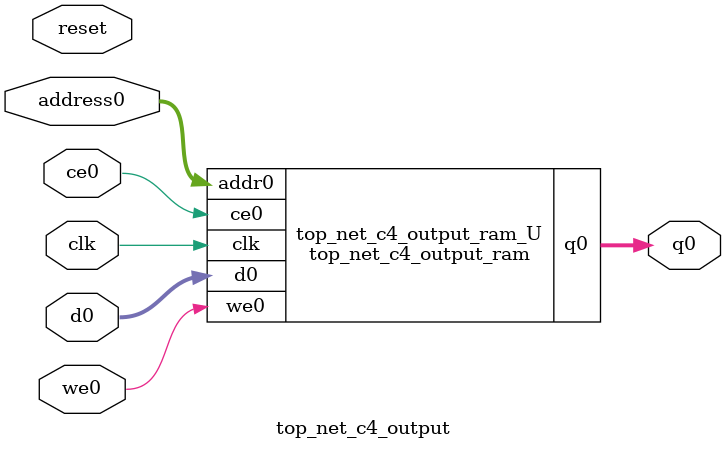
<source format=v>
`timescale 1 ns / 1 ps
module top_net_c4_output_ram (addr0, ce0, d0, we0, q0,  clk);

parameter DWIDTH = 32;
parameter AWIDTH = 7;
parameter MEM_SIZE = 84;

input[AWIDTH-1:0] addr0;
input ce0;
input[DWIDTH-1:0] d0;
input we0;
output reg[DWIDTH-1:0] q0;
input clk;

(* ram_style = "block" *)reg [DWIDTH-1:0] ram[0:MEM_SIZE-1];




always @(posedge clk)  
begin 
    if (ce0) 
    begin
        if (we0) 
        begin 
            ram[addr0] <= d0; 
        end 
        q0 <= ram[addr0];
    end
end


endmodule

`timescale 1 ns / 1 ps
module top_net_c4_output(
    reset,
    clk,
    address0,
    ce0,
    we0,
    d0,
    q0);

parameter DataWidth = 32'd32;
parameter AddressRange = 32'd84;
parameter AddressWidth = 32'd7;
input reset;
input clk;
input[AddressWidth - 1:0] address0;
input ce0;
input we0;
input[DataWidth - 1:0] d0;
output[DataWidth - 1:0] q0;



top_net_c4_output_ram top_net_c4_output_ram_U(
    .clk( clk ),
    .addr0( address0 ),
    .ce0( ce0 ),
    .we0( we0 ),
    .d0( d0 ),
    .q0( q0 ));

endmodule


</source>
